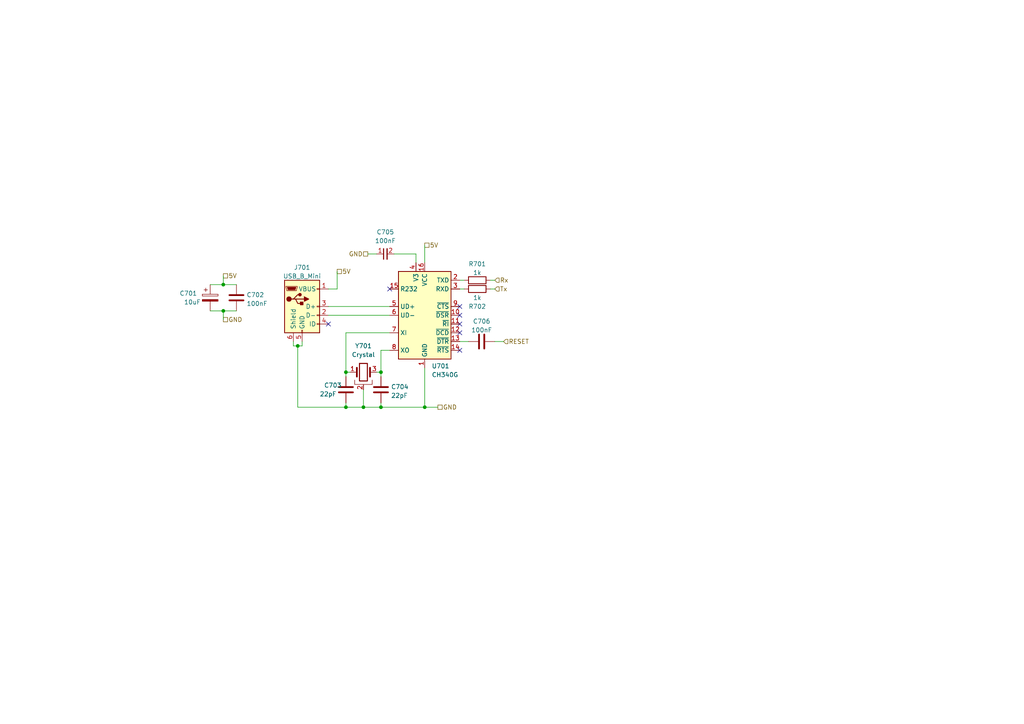
<source format=kicad_sch>
(kicad_sch (version 20230121) (generator eeschema)
  (paper "A4")
  (lib_symbols
    (symbol "Connector:USB_B_Mini" (pin_names (offset 1.016))
      (property "Reference" "J" (at -5.08 11.43 0))
      (property "Value" "USB_B_Mini" (at -5.08 8.89 0))
      (symbol "USB_B_Mini_0_1"
        (rectangle (start -5.08 -7.62) (end 5.08 7.62) (stroke (width 0.254)) (fill (type background)))
        (circle (center -3.81 2.159) (radius 0.635) (stroke (width 0.254)) (fill (type outline)))
        (circle (center -0.635 3.429) (radius 0.381) (stroke (width 0.254)) (fill (type outline)))
        (rectangle (start -0.127 -7.62) (end 0.127 -6.858))
        (polyline (pts (xy -1.905 2.159) (xy 0.635 2.159)) (stroke (width 0.254)))
        (polyline (pts (xy -3.175 2.159) (xy -2.54 2.159) (xy -1.27 3.429) (xy -0.635 3.429)) (stroke (width 0.254)))
        (polyline (pts (xy -2.54 2.159) (xy -1.905 2.159) (xy -1.27 0.889) (xy 0 0.889)) (stroke (width 0.254)))
        (polyline (pts (xy 0.635 2.794) (xy 0.635 1.524) (xy 1.905 2.159) (xy 0.635 2.794)) (stroke (width 0.254)) (fill (type outline)))
        (polyline (pts (xy -4.318 5.588) (xy -1.778 5.588) (xy -2.032 4.826) (xy -4.064 4.826) (xy -4.318 5.588)) (fill (type outline)))
        (polyline (pts (xy -4.699 5.842) (xy -4.699 5.588) (xy -4.445 4.826) (xy -4.445 4.572) (xy -1.651 4.572) (xy -1.651 4.826) (xy -1.397 5.588) (xy -1.397 5.842) (xy -4.699 5.842)))
        (rectangle (start 0.254 1.27) (end -0.508 0.508) (stroke (width 0.254)) (fill (type outline)))
        (rectangle (start 5.08 -5.207) (end 4.318 -4.953))
        (rectangle (start 5.08 -2.667) (end 4.318 -2.413))
        (rectangle (start 5.08 -0.127) (end 4.318 0.127))
        (rectangle (start 5.08 4.953) (end 4.318 5.207))
      )
      (symbol "USB_B_Mini_1_1"
        (pin power_out line (at 7.62 5.08 180) (length 2.54) (name "VBUS") (number "1"))
        (pin bidirectional line (at 7.62 -2.54 180) (length 2.54) (name "D-") (number "2"))
        (pin bidirectional line (at 7.62 0 180) (length 2.54) (name "D+") (number "3"))
        (pin passive line (at 7.62 -5.08 180) (length 2.54) (name "ID") (number "4"))
        (pin power_out line (at 0 -10.16 90) (length 2.54) (name "GND") (number "5"))
        (pin passive line (at -2.54 -10.16 90) (length 2.54) (name "Shield") (number "6"))
      )
    )
    (symbol "Device:C" (pin_numbers hide) (pin_names (offset 0.254))
      (property "Reference" "C" (at 0.635 2.54 0))
      (property "Value" "C" (at 0.635 -2.54 0))
      (symbol "C_0_1"
        (polyline (pts (xy -2.032 -0.762) (xy 2.032 -0.762)) (stroke (width 0.508)))
        (polyline (pts (xy -2.032 0.762) (xy 2.032 0.762)) (stroke (width 0.508)))
      )
      (symbol "C_1_1"
        (pin passive line (at 0 3.81 270) (length 2.794) (name "~") (number "1"))
        (pin passive line (at 0 -3.81 90) (length 2.794) (name "~") (number "2"))
      )
    )
    (symbol "Device:C_Polarized" (pin_numbers hide) (pin_names (offset 0.254))
      (property "Reference" "C" (at 0.635 2.54 0))
      (property "Value" "C_Polarized" (at 0.635 -2.54 0))
      (symbol "C_Polarized_0_1"
        (rectangle (start -2.286 0.508) (end 2.286 1.016))
        (polyline (pts (xy -1.778 2.286) (xy -0.762 2.286)))
        (polyline (pts (xy -1.27 2.794) (xy -1.27 1.778)))
        (rectangle (start 2.286 -0.508) (end -2.286 -1.016) (fill (type outline)))
      )
      (symbol "C_Polarized_1_1"
        (pin passive line (at 0 3.81 270) (length 2.794) (name "~") (number "1"))
        (pin passive line (at 0 -3.81 90) (length 2.794) (name "~") (number "2"))
      )
    )
    (symbol "Device:R" (pin_numbers hide) (pin_names (offset 0))
      (property "Reference" "R" (at 2.032 0 90))
      (property "Value" "R" (at 0 0 90))
      (symbol "R_0_1"
        (rectangle (start -1.016 -2.54) (end 1.016 2.54) (stroke (width 0.254)))
      )
      (symbol "R_1_1"
        (pin passive line (at 0 3.81 270) (length 1.27) (name "~") (number "1"))
        (pin passive line (at 0 -3.81 90) (length 1.27) (name "~") (number "2"))
      )
    )
    (symbol "Interface_USB:CH340G"
      (property "Reference" "U" (at -5.08 13.97 0))
      (property "Value" "CH340G" (at 1.27 13.97 0))
      (symbol "CH340G_0_1"
        (rectangle (start -7.62 12.7) (end 7.62 -12.7) (stroke (width 0.254)) (fill (type background)))
      )
      (symbol "CH340G_1_1"
        (pin power_in line (at 0 -15.24 90) (length 2.54) (name "GND") (number "1"))
        (pin input line (at 10.16 0 180) (length 2.54) (name "~{DSR}") (number "10"))
        (pin input line (at 10.16 -2.54 180) (length 2.54) (name "~{RI}") (number "11"))
        (pin input line (at 10.16 -5.08 180) (length 2.54) (name "~{DCD}") (number "12"))
        (pin output line (at 10.16 -7.62 180) (length 2.54) (name "~{DTR}") (number "13"))
        (pin output line (at 10.16 -10.16 180) (length 2.54) (name "~{RTS}") (number "14"))
        (pin input line (at -10.16 7.62 0) (length 2.54) (name "R232") (number "15"))
        (pin power_in line (at 0 15.24 270) (length 2.54) (name "VCC") (number "16"))
        (pin output line (at 10.16 10.16 180) (length 2.54) (name "TXD") (number "2"))
        (pin input line (at 10.16 7.62 180) (length 2.54) (name "RXD") (number "3"))
        (pin passive line (at -2.54 15.24 270) (length 2.54) (name "V3") (number "4"))
        (pin bidirectional line (at -10.16 2.54 0) (length 2.54) (name "UD+") (number "5"))
        (pin bidirectional line (at -10.16 0 0) (length 2.54) (name "UD-") (number "6"))
        (pin input line (at -10.16 -5.08 0) (length 2.54) (name "XI") (number "7"))
        (pin output line (at -10.16 -10.16 0) (length 2.54) (name "XO") (number "8"))
        (pin input line (at 10.16 2.54 180) (length 2.54) (name "~{CTS}") (number "9"))
      )
    )
    (symbol "capacitor_miscellaneous:C_0402_100nF"
      (property "Reference" "U" (at 1.27 2.54 0))
      (property "Value" "100nF" (at 3.81 -2.54 0))
      (property "JLCPCB Part#" "C307331" (at 0 0 0))
      (symbol "C_0402_100nF_0_1"
        (polyline (pts (xy -1.524 -0.508) (xy 1.524 -0.508)) (stroke (width 0.3302)))
        (polyline (pts (xy -1.524 0.508) (xy 1.524 0.508)) (stroke (width 0.3048)))
      )
      (symbol "C_0402_100nF_1_1"
        (pin passive line (at 0 2.54 270) (length 2.032) (name "~") (number "1"))
        (pin passive line (at 0 -2.54 90) (length 2.032) (name "~") (number "2"))
      )
    )
    (symbol "custom_kicad_lib_sk:crystal_arduino" (pin_names (offset 1.016) hide)
      (property "Reference" "Y" (at 0 5.715 0))
      (property "Value" "Crystal_GND2" (at 0 3.81 0))
      (property "JLCPCB Part#" "C13738" (at 0 0 0))
      (symbol "crystal_arduino_0_1"
        (rectangle (start -1.143 2.54) (end 1.143 -2.54) (stroke (width 0.3048)))
        (polyline (pts (xy -2.54 0) (xy -1.905 0)))
        (polyline (pts (xy -1.905 -1.27) (xy -1.905 1.27)) (stroke (width 0.508)))
        (polyline (pts (xy 0 -3.81) (xy 0 -3.556)))
        (polyline (pts (xy 1.905 0) (xy 2.54 0)))
        (polyline (pts (xy 1.905 1.27) (xy 1.905 -1.27)) (stroke (width 0.508)))
        (polyline (pts (xy -2.54 -2.286) (xy -2.54 -3.556) (xy 2.54 -3.556) (xy 2.54 -2.286)))
      )
      (symbol "crystal_arduino_1_1"
        (pin passive line (at -3.81 0 0) (length 1.27) (name "1") (number "1"))
        (pin passive line (at 0 -5.08 90) (length 1.27) (name "GND") (number "2"))
        (pin passive line (at 3.81 0 180) (length 1.27) (name "3") (number "3"))
        (pin passive line (at 0 -5.08 90) (length 1.27) hide (name "GND") (number "4"))
      )
    )
  )
  (junction (at 100.33 118.11))
  (junction (at 86.36 100.33))
  (junction (at 64.77 82.55))
  (junction (at 123.19 118.11))
  (junction (at 110.49 107.95))
  (junction (at 64.77 90.17))
  (junction (at 100.33 107.95))
  (junction (at 110.49 118.11))
  (junction (at 105.41 118.11))
  (no_connect (at 113.03 83.82))
  (no_connect (at 133.35 93.98))
  (no_connect (at 133.35 96.52))
  (no_connect (at 133.35 91.44))
  (no_connect (at 133.35 101.6))
  (no_connect (at 133.35 88.9))
  (no_connect (at 95.25 93.98))
  (wire (pts (xy 100.33 107.95) (xy 100.33 109.22)))
  (wire (pts (xy 105.41 118.11) (xy 110.49 118.11)))
  (wire (pts (xy 97.79 83.82) (xy 95.25 83.82)))
  (wire (pts (xy 110.49 107.95) (xy 109.22 107.95)))
  (wire (pts (xy 146.05 99.06) (xy 143.51 99.06)))
  (wire (pts (xy 110.49 101.6) (xy 113.03 101.6)))
  (wire (pts (xy 110.49 116.84) (xy 110.49 118.11)))
  (wire (pts (xy 100.33 96.52) (xy 100.33 107.95)))
  (wire (pts (xy 134.62 83.82) (xy 133.35 83.82)))
  (wire (pts (xy 100.33 118.11) (xy 105.41 118.11)))
  (wire (pts (xy 86.36 100.33) (xy 86.36 118.11)))
  (wire (pts (xy 85.09 99.06) (xy 85.09 100.33)))
  (wire (pts (xy 100.33 116.84) (xy 100.33 118.11)))
  (wire (pts (xy 101.6 107.95) (xy 100.33 107.95)))
  (wire (pts (xy 87.63 99.06) (xy 87.63 100.33)))
  (wire (pts (xy 60.96 82.55) (xy 64.77 82.55)))
  (wire (pts (xy 143.51 83.82) (xy 142.24 83.82)))
  (wire (pts (xy 105.41 113.03) (xy 105.41 118.11)))
  (wire (pts (xy 123.19 118.11) (xy 127 118.11)))
  (wire (pts (xy 86.36 118.11) (xy 100.33 118.11)))
  (wire (pts (xy 110.49 118.11) (xy 123.19 118.11)))
  (wire (pts (xy 110.49 109.22) (xy 110.49 107.95)))
  (wire (pts (xy 64.77 82.55) (xy 68.58 82.55)))
  (wire (pts (xy 85.09 100.33) (xy 86.36 100.33)))
  (wire (pts (xy 64.77 80.01) (xy 64.77 82.55)))
  (wire (pts (xy 95.25 88.9) (xy 113.03 88.9)))
  (wire (pts (xy 106.68 73.66) (xy 109.22 73.66)))
  (wire (pts (xy 113.03 96.52) (xy 100.33 96.52)))
  (wire (pts (xy 120.65 73.66) (xy 114.3 73.66)))
  (wire (pts (xy 133.35 99.06) (xy 135.89 99.06)))
  (wire (pts (xy 64.77 90.17) (xy 68.58 90.17)))
  (wire (pts (xy 134.62 81.28) (xy 133.35 81.28)))
  (wire (pts (xy 95.25 91.44) (xy 113.03 91.44)))
  (wire (pts (xy 123.19 71.12) (xy 123.19 76.2)))
  (wire (pts (xy 64.77 90.17) (xy 64.77 92.71)))
  (wire (pts (xy 110.49 107.95) (xy 110.49 101.6)))
  (wire (pts (xy 123.19 106.68) (xy 123.19 118.11)))
  (wire (pts (xy 97.79 78.74) (xy 97.79 83.82)))
  (wire (pts (xy 143.51 81.28) (xy 142.24 81.28)))
  (wire (pts (xy 60.96 90.17) (xy 64.77 90.17)))
  (wire (pts (xy 120.65 76.2) (xy 120.65 73.66)))
  (wire (pts (xy 86.36 100.33) (xy 87.63 100.33)))
  (hierarchical_label "GND" (shape passive) (at 106.68 73.66 180))
  (hierarchical_label "5V" (shape passive) (at 64.77 80.01 0))
  (hierarchical_label "5V" (shape passive) (at 123.19 71.12 0))
  (hierarchical_label "GND" (shape passive) (at 64.77 92.71 0))
  (hierarchical_label "Rx" (shape input) (at 143.51 81.28 0))
  (hierarchical_label "Tx" (shape input) (at 143.51 83.82 0))
  (hierarchical_label "RESET" (shape input) (at 146.05 99.06 0))
  (hierarchical_label "GND" (shape passive) (at 127 118.11 0))
  (hierarchical_label "5V" (shape passive) (at 97.79 78.74 0))
  (symbol (lib_id "Device:C") (at 68.58 86.36 0) (unit 1)
    (property "Reference" "C702" (at 71.501 85.5253 0) (effects (justify left)))
    (property "Value" "100nF" (at 71.501 88.0622 0) (effects (justify left)))
    (property "Footprint" "Capacitor_SMD:C_0603_1608Metric" (effects hide))
    (property "JLCPCB Part#" "C14663" (effects hide))
  )
  (symbol (lib_id "Device:C") (at 139.7 99.06 90) (unit 1)
    (property "Reference" "C706" (at 139.7 93.2012 90))
    (property "Value" "100nF" (at 139.7 95.7381 90))
    (property "Footprint" "Capacitor_SMD:C_0603_1608Metric" (effects hide))
    (property "JLCPCB Part#" "C14663" (effects hide))
  )
  (symbol (lib_id "Device:R") (at 138.43 83.82 270) (unit 1)
    (property "Reference" "R702" (at 138.43 88.9 90))
    (property "Value" "1k" (at 138.43 86.36 90))
    (property "Footprint" "Resistor_SMD:R_0603_1608Metric" (effects hide))
    (property "JLCPCB Part#" "C21190" (effects hide))
  )
  (symbol (lib_id "capacitor_miscellaneous:C_0402_100nF") (at 111.76 73.66 90) (unit 1)
    (property "Reference" "C705" (at 111.7663 67.31 90))
    (property "Value" "100nF" (at 111.7663 69.85 90))
    (property "Footprint" "Capacitor_SMD:C_0402_1005Metric" (effects hide))
    (property "JLCPCB Part#" "C307331" (effects hide))
  )
  (symbol (lib_id "Device:C_Polarized") (at 60.96 86.36 0) (unit 1)
    (property "Reference" "C701" (at 52.07 85.09 0) (effects (justify left)))
    (property "Value" "10uF" (at 53.34 87.63 0) (effects (justify left)))
    (property "Footprint" "Capacitor_SMD:C_0603_1608Metric" (effects hide))
    (property "JLCPCB Part#" "C96446" (effects hide))
  )
  (symbol (lib_id "Device:C") (at 110.49 113.03 0) (unit 1)
    (property "Reference" "C704" (at 113.411 112.1953 0) (effects (justify left)))
    (property "Value" "22pF" (at 113.411 114.7322 0) (effects (justify left)))
    (property "Footprint" "Capacitor_SMD:C_0603_1608Metric" (effects hide))
    (property "JLCPCB Part#" "C1653" (effects hide))
  )
  (symbol (lib_id "Interface_USB:CH340G") (at 123.19 91.44 0) (unit 1)
    (property "Reference" "U701" (at 125.2094 106.1704 0) (effects (justify left)))
    (property "Value" "CH340G" (at 125.2094 108.7073 0) (effects (justify left)))
    (property "Footprint" "Package_SO:SOIC-16_3.9x9.9mm_P1.27mm" (effects hide))
    (property "Datasheet" "http://www.datasheet5.com/pdf-local-2195953" (effects hide))
    (property "JLCPCB Part#" "C14267" (effects hide))
  )
  (symbol (lib_id "Connector:USB_B_Mini") (at 87.63 88.9 0) (unit 1)
    (property "Reference" "J701" (at 87.63 77.5802 0))
    (property "Value" "USB_B_Mini" (at 87.63 80.1171 0))
    (property "Footprint" "Connector_USB:USB_Mini-B_Lumberg_2486_01_Horizontal" (effects hide))
    (property "JLCPCB Part#" "C2681563" (effects hide))
  )
  (symbol (lib_id "Device:R") (at 138.43 81.28 90) (unit 1)
    (property "Reference" "R701" (at 138.43 76.5642 90))
    (property "Value" "1k" (at 138.43 79.1011 90))
    (property "Footprint" "Resistor_SMD:R_0603_1608Metric" (effects hide))
    (property "JLCPCB Part#" "C21190" (effects hide))
  )
  (symbol (lib_id "Device:C") (at 100.33 113.03 0) (unit 1)
    (property "Reference" "C703" (at 93.98 111.76 0) (effects (justify left)))
    (property "Value" "22pF" (at 92.71 114.3 0) (effects (justify left)))
    (property "Footprint" "Capacitor_SMD:C_0603_1608Metric" (effects hide))
    (property "JLCPCB Part#" "C1653" (effects hide))
  )
  (symbol (lib_id "custom_kicad_lib_sk:crystal_arduino") (at 105.41 107.95 0) (unit 1)
    (property "Reference" "Y701" (at 105.41 100.33 0))
    (property "Value" "Crystal" (at 105.41 102.87 0))
    (property "Footprint" "custom_kicad_lib_sk:crystal_arduino" (effects hide))
    (property "JLCPCB Part#" "C9002" (effects hide))
  )
)
</source>
